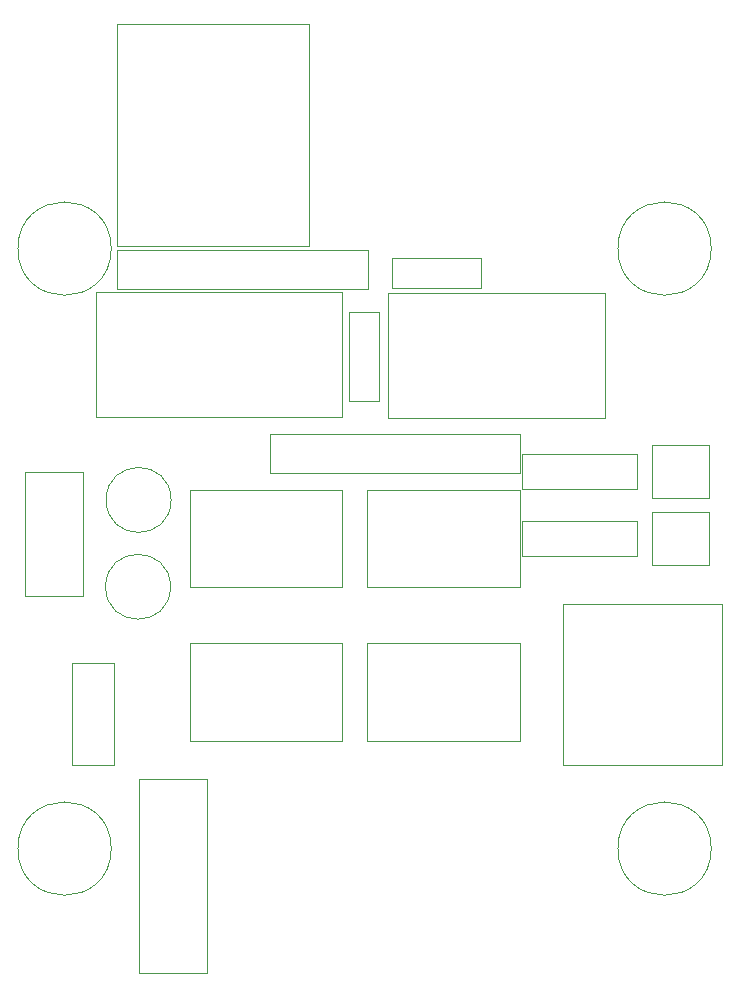
<source format=gbr>
G04 #@! TF.GenerationSoftware,KiCad,Pcbnew,(5.1.5)-3*
G04 #@! TF.CreationDate,2020-01-01T00:19:54-05:00*
G04 #@! TF.ProjectId,Receiver_Out,52656365-6976-4657-925f-4f75742e6b69,v1*
G04 #@! TF.SameCoordinates,Original*
G04 #@! TF.FileFunction,Other,User*
%FSLAX46Y46*%
G04 Gerber Fmt 4.6, Leading zero omitted, Abs format (unit mm)*
G04 Created by KiCad (PCBNEW (5.1.5)-3) date 2020-01-01 00:19:54*
%MOMM*%
%LPD*%
G04 APERTURE LIST*
%ADD10C,0.050000*%
G04 APERTURE END LIST*
D10*
X79051000Y-136367800D02*
X79051000Y-152767800D01*
X84751000Y-136367800D02*
X79051000Y-136367800D01*
X84751000Y-152767800D02*
X84751000Y-136367800D01*
X79051000Y-152767800D02*
X84751000Y-152767800D01*
X96251000Y-105667800D02*
X96251000Y-95117800D01*
X75401000Y-105667800D02*
X96251000Y-105667800D01*
X75401000Y-95117800D02*
X75401000Y-105667800D01*
X96251000Y-95117800D02*
X75401000Y-95117800D01*
X69351000Y-110377800D02*
X69351000Y-120877800D01*
X74261000Y-110377800D02*
X69351000Y-110377800D01*
X74261000Y-120877800D02*
X74261000Y-110377800D01*
X69351000Y-120877800D02*
X74261000Y-120877800D01*
X77201000Y-94867800D02*
X98401000Y-94867800D01*
X77201000Y-91567800D02*
X77201000Y-94867800D01*
X98401000Y-91567800D02*
X77201000Y-91567800D01*
X98401000Y-94867800D02*
X98401000Y-91567800D01*
X77151000Y-72447800D02*
X93461000Y-72447800D01*
X77151000Y-72447800D02*
X77151000Y-91187800D01*
X93461000Y-91187800D02*
X93461000Y-72447800D01*
X93461000Y-91187800D02*
X77151000Y-91187800D01*
X73351000Y-135167800D02*
X76951000Y-135167800D01*
X73351000Y-126517800D02*
X73351000Y-135167800D01*
X76951000Y-126517800D02*
X73351000Y-126517800D01*
X76951000Y-135167800D02*
X76951000Y-126517800D01*
X96851000Y-96817800D02*
X96851000Y-104317800D01*
X99351000Y-96817800D02*
X96851000Y-96817800D01*
X99351000Y-104317800D02*
X99351000Y-96817800D01*
X96851000Y-104317800D02*
X99351000Y-104317800D01*
X81751000Y-112717800D02*
G75*
G03X81751000Y-112717800I-2750000J0D01*
G01*
X81701000Y-120067800D02*
G75*
G03X81701000Y-120067800I-2750000J0D01*
G01*
X107951000Y-92267800D02*
X100451000Y-92267800D01*
X107951000Y-94767800D02*
X107951000Y-92267800D01*
X100451000Y-94767800D02*
X107951000Y-94767800D01*
X100451000Y-92267800D02*
X100451000Y-94767800D01*
X114901000Y-121487800D02*
X114901000Y-135197800D01*
X128401000Y-121487800D02*
X114901000Y-121487800D01*
X128401000Y-135197800D02*
X128401000Y-121487800D01*
X114901000Y-135197800D02*
X128401000Y-135197800D01*
X100151000Y-95217800D02*
X100151000Y-105767800D01*
X118501000Y-95217800D02*
X100151000Y-95217800D01*
X118501000Y-105767800D02*
X118501000Y-95217800D01*
X100151000Y-105767800D02*
X118501000Y-105767800D01*
X127481000Y-91439800D02*
G75*
G03X127481000Y-91439800I-3950000J0D01*
G01*
X76681000Y-91439800D02*
G75*
G03X76681000Y-91439800I-3950000J0D01*
G01*
X127481000Y-142239800D02*
G75*
G03X127481000Y-142239800I-3950000J0D01*
G01*
X76681000Y-142239800D02*
G75*
G03X76681000Y-142239800I-3950000J0D01*
G01*
X121221000Y-108817800D02*
X111501000Y-108817800D01*
X121221000Y-111817800D02*
X121221000Y-108817800D01*
X111501000Y-111817800D02*
X121221000Y-111817800D01*
X111501000Y-108817800D02*
X111501000Y-111817800D01*
X127301000Y-113717800D02*
X122451000Y-113717800D01*
X127301000Y-118217800D02*
X127301000Y-113717800D01*
X122451000Y-118217800D02*
X127301000Y-118217800D01*
X122451000Y-113717800D02*
X122451000Y-118217800D01*
X127301000Y-108067800D02*
X122451000Y-108067800D01*
X127301000Y-112567800D02*
X127301000Y-108067800D01*
X122451000Y-112567800D02*
X127301000Y-112567800D01*
X122451000Y-108067800D02*
X122451000Y-112567800D01*
X121171000Y-114467800D02*
X111451000Y-114467800D01*
X121171000Y-117467800D02*
X121171000Y-114467800D01*
X111451000Y-117467800D02*
X121171000Y-117467800D01*
X111451000Y-114467800D02*
X111451000Y-117467800D01*
X111250000Y-111850000D02*
X98350000Y-111850000D01*
X111250000Y-120100000D02*
X111250000Y-111850000D01*
X98350000Y-120100000D02*
X111250000Y-120100000D01*
X98350000Y-111850000D02*
X98350000Y-120100000D01*
X111301000Y-107163600D02*
X90101000Y-107163600D01*
X111301000Y-110463600D02*
X111301000Y-107163600D01*
X90101000Y-110463600D02*
X111301000Y-110463600D01*
X90101000Y-107163600D02*
X90101000Y-110463600D01*
X111250000Y-124850000D02*
X98350000Y-124850000D01*
X111250000Y-133100000D02*
X111250000Y-124850000D01*
X98350000Y-133100000D02*
X111250000Y-133100000D01*
X98350000Y-124850000D02*
X98350000Y-133100000D01*
X96250000Y-124850000D02*
X83350000Y-124850000D01*
X96250000Y-133100000D02*
X96250000Y-124850000D01*
X83350000Y-133100000D02*
X96250000Y-133100000D01*
X83350000Y-124850000D02*
X83350000Y-133100000D01*
X96250000Y-111850000D02*
X83350000Y-111850000D01*
X96250000Y-120100000D02*
X96250000Y-111850000D01*
X83350000Y-120100000D02*
X96250000Y-120100000D01*
X83350000Y-111850000D02*
X83350000Y-120100000D01*
M02*

</source>
